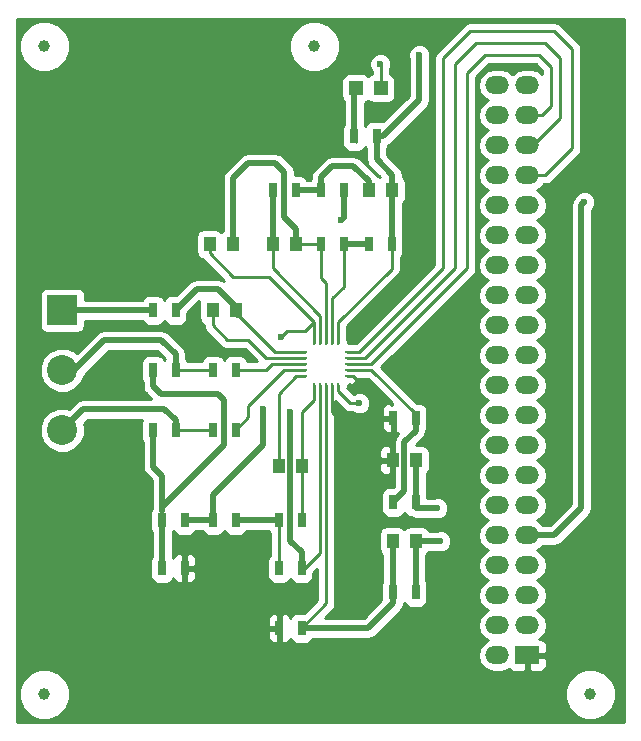
<source format=gbr>
G04 #@! TF.FileFunction,Copper,L1,Top,Signal*
%FSLAX46Y46*%
G04 Gerber Fmt 4.6, Leading zero omitted, Abs format (unit mm)*
G04 Created by KiCad (PCBNEW 4.0.3+e1-6302~38~ubuntu16.04.1-stable) date Mon Aug 22 19:35:40 2016*
%MOMM*%
%LPD*%
G01*
G04 APERTURE LIST*
%ADD10C,0.100000*%
%ADD11R,0.700000X1.300000*%
%ADD12R,0.400000X0.250000*%
%ADD13R,0.250000X0.400000*%
%ADD14R,1.000000X1.250000*%
%ADD15R,1.198880X1.198880*%
%ADD16C,1.000000*%
%ADD17R,2.000000X1.524000*%
%ADD18O,2.000000X1.524000*%
%ADD19R,2.540000X2.540000*%
%ADD20C,2.540000*%
%ADD21C,0.600000*%
%ADD22C,0.254000*%
%ADD23C,0.508000*%
%ADD24C,0.250000*%
G04 APERTURE END LIST*
D10*
D11*
X149926000Y-60960000D03*
X151826000Y-60960000D03*
D12*
X152654000Y-76708000D03*
X152654000Y-76200000D03*
X152654000Y-75692000D03*
X152654000Y-75184000D03*
X152654000Y-74676000D03*
D13*
X153416000Y-73914000D03*
X153924000Y-73914000D03*
X154432000Y-73914000D03*
X154940000Y-73914000D03*
X155448000Y-73914000D03*
D12*
X156210000Y-74676000D03*
X156210000Y-75184000D03*
X156210000Y-75692000D03*
X156210000Y-76200000D03*
X156210000Y-76708000D03*
D13*
X155448000Y-77470000D03*
X154940000Y-77470000D03*
X154432000Y-77470000D03*
X153924000Y-77470000D03*
X153416000Y-77470000D03*
D14*
X144796000Y-71120000D03*
X146796000Y-71120000D03*
X149876000Y-65532000D03*
X151876000Y-65532000D03*
X158004000Y-60960000D03*
X160004000Y-60960000D03*
X152384000Y-84328000D03*
X150384000Y-84328000D03*
X146542000Y-65532000D03*
X144542000Y-65532000D03*
X160036000Y-83820000D03*
X162036000Y-83820000D03*
X160036000Y-90678000D03*
X162036000Y-90678000D03*
D15*
X156938980Y-52324000D03*
X159037020Y-52324000D03*
D16*
X153416000Y-48768000D03*
X130556000Y-103632000D03*
X130556000Y-48768000D03*
X176784000Y-103632000D03*
D17*
X171450000Y-100330000D03*
D18*
X168910000Y-100330000D03*
X171450000Y-87630000D03*
X168910000Y-97790000D03*
X171450000Y-85090000D03*
X168910000Y-95250000D03*
X171450000Y-82550000D03*
X168910000Y-92710000D03*
X171450000Y-80010000D03*
X168910000Y-90170000D03*
X171450000Y-77470000D03*
X168910000Y-87630000D03*
X171450000Y-74930000D03*
X168910000Y-85090000D03*
X171450000Y-72390000D03*
X168910000Y-82550000D03*
X171450000Y-69850000D03*
X168910000Y-80010000D03*
X171450000Y-67310000D03*
X168910000Y-77470000D03*
X171450000Y-64770000D03*
X168910000Y-74930000D03*
X171450000Y-62230000D03*
X168910000Y-72390000D03*
X168910000Y-69850000D03*
X171450000Y-59690000D03*
X168910000Y-67310000D03*
X168910000Y-62230000D03*
X168910000Y-59690000D03*
X168910000Y-57150000D03*
X168910000Y-54610000D03*
X171450000Y-57150000D03*
X171450000Y-54610000D03*
X171450000Y-97790000D03*
X171450000Y-95250000D03*
X171450000Y-92710000D03*
X171450000Y-90170000D03*
X171450000Y-52070000D03*
X168910000Y-52070000D03*
X168910000Y-64770000D03*
D11*
X140528000Y-92964000D03*
X142428000Y-92964000D03*
X142428000Y-88900000D03*
X140528000Y-88900000D03*
X139766000Y-81280000D03*
X141666000Y-81280000D03*
X139766000Y-76200000D03*
X141666000Y-76200000D03*
X146746000Y-81280000D03*
X144846000Y-81280000D03*
X146746000Y-76200000D03*
X144846000Y-76200000D03*
X141666000Y-71120000D03*
X139766000Y-71120000D03*
X155890000Y-60960000D03*
X153990000Y-60960000D03*
X153990000Y-65532000D03*
X155890000Y-65532000D03*
X158054000Y-65532000D03*
X159954000Y-65532000D03*
X150434000Y-88900000D03*
X152334000Y-88900000D03*
X150434000Y-92964000D03*
X152334000Y-92964000D03*
X144846000Y-88900000D03*
X146746000Y-88900000D03*
X150434000Y-98044000D03*
X152334000Y-98044000D03*
X160086000Y-94996000D03*
X161986000Y-94996000D03*
X161986000Y-87376000D03*
X160086000Y-87376000D03*
X161986000Y-80264000D03*
X160086000Y-80264000D03*
X156784000Y-56388000D03*
X158684000Y-56388000D03*
D19*
X132080000Y-71120000D03*
D20*
X132080000Y-76200000D03*
X132080000Y-81280000D03*
D21*
X150622000Y-73406000D03*
X149098000Y-79502000D03*
X155702000Y-63500000D03*
X151384000Y-79756000D03*
X164084000Y-90678000D03*
X163830000Y-87884000D03*
X157226000Y-78994000D03*
X159004000Y-50292000D03*
X176276000Y-61976000D03*
X162306000Y-49530000D03*
D22*
X152654000Y-75184000D02*
X149352000Y-75184000D01*
X144796000Y-72406000D02*
X144796000Y-71120000D01*
X146050000Y-73660000D02*
X144796000Y-72406000D01*
X147828000Y-73660000D02*
X146050000Y-73660000D01*
X149352000Y-75184000D02*
X147828000Y-73660000D01*
X146796000Y-71120000D02*
X146796000Y-70850000D01*
D23*
X146796000Y-70850000D02*
X145288000Y-69342000D01*
X143444000Y-69342000D02*
X141666000Y-71120000D01*
X145288000Y-69342000D02*
X143444000Y-69342000D01*
D22*
X152654000Y-74676000D02*
X150114000Y-74676000D01*
X150114000Y-74676000D02*
X146796000Y-71358000D01*
X146796000Y-71358000D02*
X146796000Y-71120000D01*
X147066000Y-71628000D02*
X146796000Y-71628000D01*
D23*
X149876000Y-65532000D02*
X149876000Y-61010000D01*
D22*
X149876000Y-61010000D02*
X149926000Y-60960000D01*
X149876000Y-65532000D02*
X149876000Y-65040000D01*
X153924000Y-73914000D02*
X153924000Y-71628000D01*
X149876000Y-67580000D02*
X149876000Y-65532000D01*
X153924000Y-71628000D02*
X149876000Y-67580000D01*
D23*
X158004000Y-60960000D02*
X158004000Y-60214000D01*
X153990000Y-59878000D02*
X153990000Y-60960000D01*
X154940000Y-58928000D02*
X153990000Y-59878000D01*
X156718000Y-58928000D02*
X154940000Y-58928000D01*
X158004000Y-60214000D02*
X156718000Y-58928000D01*
X153990000Y-60960000D02*
X151826000Y-60960000D01*
D22*
X152384000Y-84328000D02*
X152384000Y-88850000D01*
X152384000Y-88850000D02*
X152334000Y-88900000D01*
X153416000Y-77470000D02*
X153416000Y-78740000D01*
X152384000Y-79772000D02*
X152384000Y-84328000D01*
X153416000Y-78740000D02*
X152384000Y-79772000D01*
X152654000Y-76708000D02*
X151892000Y-76708000D01*
X150384000Y-78216000D02*
X150384000Y-84328000D01*
X151892000Y-76708000D02*
X150384000Y-78216000D01*
D23*
X144846000Y-88900000D02*
X144846000Y-86802000D01*
D22*
X152654000Y-72898000D02*
X153416000Y-72136000D01*
X151130000Y-72898000D02*
X152654000Y-72898000D01*
X150622000Y-73406000D02*
X151130000Y-72898000D01*
D23*
X149098000Y-82550000D02*
X149098000Y-79502000D01*
X144846000Y-86802000D02*
X149098000Y-82550000D01*
X144846000Y-88900000D02*
X142428000Y-88900000D01*
D22*
X153416000Y-73914000D02*
X153416000Y-72136000D01*
X144542000Y-66310000D02*
X144542000Y-65532000D01*
X153416000Y-72136000D02*
X149606000Y-68326000D01*
X149606000Y-68326000D02*
X146558000Y-68326000D01*
X146558000Y-68326000D02*
X144542000Y-66310000D01*
D23*
X156784000Y-56388000D02*
X156784000Y-52478980D01*
D22*
X156784000Y-52478980D02*
X156938980Y-52324000D01*
D24*
X156956000Y-56846000D02*
X156972000Y-56830000D01*
D23*
X141666000Y-76200000D02*
X141666000Y-74864000D01*
X135636000Y-73660000D02*
X133096000Y-76200000D01*
X140462000Y-73660000D02*
X135636000Y-73660000D01*
X141666000Y-74864000D02*
X140462000Y-73660000D01*
D22*
X133096000Y-76200000D02*
X132080000Y-76200000D01*
X141666000Y-76200000D02*
X141666000Y-75626000D01*
X144846000Y-76200000D02*
X141666000Y-76200000D01*
D23*
X141666000Y-81280000D02*
X141666000Y-80452000D01*
X133858000Y-79502000D02*
X132080000Y-81280000D01*
X140716000Y-79502000D02*
X133858000Y-79502000D01*
X141666000Y-80452000D02*
X140716000Y-79502000D01*
D22*
X144846000Y-81280000D02*
X141666000Y-81280000D01*
D24*
X156210000Y-75692000D02*
X158242000Y-75692000D01*
X172720000Y-54610000D02*
X171450000Y-54610000D01*
X173482000Y-53848000D02*
X172720000Y-54610000D01*
X173482000Y-50546000D02*
X173482000Y-53848000D01*
X172466000Y-49530000D02*
X173482000Y-50546000D01*
X167894000Y-49530000D02*
X172466000Y-49530000D01*
X166370000Y-51054000D02*
X167894000Y-49530000D01*
X166370000Y-67564000D02*
X166370000Y-51054000D01*
X158242000Y-75692000D02*
X166370000Y-67564000D01*
X156210000Y-75184000D02*
X157734000Y-75184000D01*
X174244000Y-54864000D02*
X171958000Y-57150000D01*
X174244000Y-49784000D02*
X174244000Y-54864000D01*
X172974000Y-48514000D02*
X174244000Y-49784000D01*
X167132000Y-48514000D02*
X172974000Y-48514000D01*
X165354000Y-50292000D02*
X167132000Y-48514000D01*
X165354000Y-67564000D02*
X165354000Y-50292000D01*
X157734000Y-75184000D02*
X165354000Y-67564000D01*
X171958000Y-57150000D02*
X171450000Y-57150000D01*
X156210000Y-74676000D02*
X157226000Y-74676000D01*
X172974000Y-59690000D02*
X171450000Y-59690000D01*
X175260000Y-57404000D02*
X172974000Y-59690000D01*
X175260000Y-49022000D02*
X175260000Y-57404000D01*
X173736000Y-47498000D02*
X175260000Y-49022000D01*
X166624000Y-47498000D02*
X173736000Y-47498000D01*
X164338000Y-49784000D02*
X166624000Y-47498000D01*
X164338000Y-67564000D02*
X164338000Y-49784000D01*
X157226000Y-74676000D02*
X164338000Y-67564000D01*
D23*
X140528000Y-88900000D02*
X140528000Y-92964000D01*
X139766000Y-76200000D02*
X139766000Y-77536000D01*
D22*
X140528000Y-87818000D02*
X140528000Y-88900000D01*
D23*
X145796000Y-82550000D02*
X140528000Y-87818000D01*
X145796000Y-78740000D02*
X145796000Y-82550000D01*
X145288000Y-78232000D02*
X145796000Y-78740000D01*
X140462000Y-78232000D02*
X145288000Y-78232000D01*
X139766000Y-77536000D02*
X140462000Y-78232000D01*
X140528000Y-88138000D02*
X140528000Y-85156000D01*
X139766000Y-84394000D02*
X139766000Y-81280000D01*
X140528000Y-85156000D02*
X139766000Y-84394000D01*
D22*
X140528000Y-88138000D02*
X140528000Y-88900000D01*
X152654000Y-76200000D02*
X150876000Y-76200000D01*
X147828000Y-80198000D02*
X146746000Y-81280000D01*
X147828000Y-79248000D02*
X147828000Y-80198000D01*
X150876000Y-76200000D02*
X147828000Y-79248000D01*
X152654000Y-75692000D02*
X149860000Y-75692000D01*
X149352000Y-76200000D02*
X146746000Y-76200000D01*
X149860000Y-75692000D02*
X149352000Y-76200000D01*
D23*
X152334000Y-92964000D02*
X152334000Y-91628000D01*
X155890000Y-63312000D02*
X155890000Y-60960000D01*
D22*
X155702000Y-63500000D02*
X155890000Y-63312000D01*
D23*
X151384000Y-90678000D02*
X151384000Y-79756000D01*
X152334000Y-91628000D02*
X151384000Y-90678000D01*
D22*
X153924000Y-77470000D02*
X153924000Y-91694000D01*
X153924000Y-91694000D02*
X152654000Y-92964000D01*
X152654000Y-92964000D02*
X152334000Y-92964000D01*
D24*
X154940000Y-73914000D02*
X154940000Y-70104000D01*
D22*
X155890000Y-69154000D02*
X155890000Y-65532000D01*
D24*
X154940000Y-70104000D02*
X155890000Y-69154000D01*
D23*
X158054000Y-65532000D02*
X155890000Y-65532000D01*
X146746000Y-88900000D02*
X150434000Y-88900000D01*
D22*
X150434000Y-88900000D02*
X150434000Y-92964000D01*
D23*
X161986000Y-80264000D02*
X161986000Y-81346000D01*
X161036000Y-86426000D02*
X160086000Y-87376000D01*
X161036000Y-82296000D02*
X161036000Y-86426000D01*
X161986000Y-81346000D02*
X161036000Y-82296000D01*
D22*
X156210000Y-76200000D02*
X158242000Y-76200000D01*
X158242000Y-76200000D02*
X161986000Y-79944000D01*
X161986000Y-79944000D02*
X161986000Y-80264000D01*
X156210000Y-76708000D02*
X156718000Y-76708000D01*
X156718000Y-76708000D02*
X157226000Y-77216000D01*
X154940000Y-77470000D02*
X154940000Y-79756000D01*
X154940000Y-79756000D02*
X155448000Y-80264000D01*
D23*
X162036000Y-90678000D02*
X164084000Y-90678000D01*
X161986000Y-90628000D02*
X161986000Y-94996000D01*
X161986000Y-87884000D02*
X163830000Y-87884000D01*
D22*
X155448000Y-77470000D02*
X155448000Y-77978000D01*
X156464000Y-78994000D02*
X157226000Y-78994000D01*
X155448000Y-77978000D02*
X156464000Y-78994000D01*
X159037020Y-52324000D02*
X159037020Y-50325020D01*
X159037020Y-50325020D02*
X159004000Y-50292000D01*
D23*
X162036000Y-83820000D02*
X162036000Y-87376000D01*
X151876000Y-65532000D02*
X151876000Y-64246000D01*
X146542000Y-59960000D02*
X146542000Y-65532000D01*
X147828000Y-58674000D02*
X146542000Y-59960000D01*
X150114000Y-58674000D02*
X147828000Y-58674000D01*
X150876000Y-59436000D02*
X150114000Y-58674000D01*
X150876000Y-63246000D02*
X150876000Y-59436000D01*
X151876000Y-64246000D02*
X150876000Y-63246000D01*
D22*
X153990000Y-65532000D02*
X151876000Y-65532000D01*
X154432000Y-73914000D02*
X154432000Y-68834000D01*
X153990000Y-68392000D02*
X153990000Y-65532000D01*
X154432000Y-68834000D02*
X153990000Y-68392000D01*
D23*
X176276000Y-61976000D02*
X176022000Y-62230000D01*
X158684000Y-56388000D02*
X159258000Y-56388000D01*
X173736000Y-90170000D02*
X171450000Y-90170000D01*
X176022000Y-62230000D02*
X176022000Y-87884000D01*
X176022000Y-87884000D02*
X173736000Y-90170000D01*
X162306000Y-53340000D02*
X162306000Y-49530000D01*
X159258000Y-56388000D02*
X162306000Y-53340000D01*
X160004000Y-60960000D02*
X160004000Y-65482000D01*
D22*
X160004000Y-65482000D02*
X159954000Y-65532000D01*
D23*
X158684000Y-56388000D02*
X158684000Y-58354000D01*
X160020000Y-59690000D02*
X160020000Y-60944000D01*
X158684000Y-58354000D02*
X160020000Y-59690000D01*
D22*
X160020000Y-60944000D02*
X160004000Y-60960000D01*
D24*
X155448000Y-73914000D02*
X155448000Y-72136000D01*
X159954000Y-67630000D02*
X159954000Y-65532000D01*
X155448000Y-72136000D02*
X159954000Y-67630000D01*
D23*
X139766000Y-71120000D02*
X132080000Y-71120000D01*
X160036000Y-90678000D02*
X160036000Y-94946000D01*
X160036000Y-94946000D02*
X160086000Y-94996000D01*
X160086000Y-94996000D02*
X160086000Y-95946000D01*
X157988000Y-98044000D02*
X152334000Y-98044000D01*
X160086000Y-95946000D02*
X157988000Y-98044000D01*
D22*
X154432000Y-77470000D02*
X154432000Y-95946000D01*
X154432000Y-95946000D02*
X152334000Y-98044000D01*
G36*
X179630000Y-105970000D02*
X128218000Y-105970000D01*
X128218000Y-104057983D01*
X128404627Y-104057983D01*
X128731407Y-104848852D01*
X129335965Y-105454466D01*
X130126262Y-105782626D01*
X130981983Y-105783373D01*
X131772852Y-105456593D01*
X132378466Y-104852035D01*
X132706626Y-104061738D01*
X132706629Y-104057983D01*
X174632627Y-104057983D01*
X174959407Y-104848852D01*
X175563965Y-105454466D01*
X176354262Y-105782626D01*
X177209983Y-105783373D01*
X178000852Y-105456593D01*
X178606466Y-104852035D01*
X178934626Y-104061738D01*
X178935373Y-103206017D01*
X178608593Y-102415148D01*
X178004035Y-101809534D01*
X177213738Y-101481374D01*
X176358017Y-101480627D01*
X175567148Y-101807407D01*
X174961534Y-102411965D01*
X174633374Y-103202262D01*
X174632627Y-104057983D01*
X132706629Y-104057983D01*
X132707373Y-103206017D01*
X132380593Y-102415148D01*
X131776035Y-101809534D01*
X130985738Y-101481374D01*
X130130017Y-101480627D01*
X129339148Y-101807407D01*
X128733534Y-102411965D01*
X128405374Y-103202262D01*
X128404627Y-104057983D01*
X128218000Y-104057983D01*
X128218000Y-98329750D01*
X149449000Y-98329750D01*
X149449000Y-98820310D01*
X149545673Y-99053699D01*
X149724302Y-99232327D01*
X149957691Y-99329000D01*
X150148250Y-99329000D01*
X150307000Y-99170250D01*
X150307000Y-98171000D01*
X149607750Y-98171000D01*
X149449000Y-98329750D01*
X128218000Y-98329750D01*
X128218000Y-97267690D01*
X149449000Y-97267690D01*
X149449000Y-97758250D01*
X149607750Y-97917000D01*
X150307000Y-97917000D01*
X150307000Y-96917750D01*
X150148250Y-96759000D01*
X149957691Y-96759000D01*
X149724302Y-96855673D01*
X149545673Y-97034301D01*
X149449000Y-97267690D01*
X128218000Y-97267690D01*
X128218000Y-69850000D01*
X130162560Y-69850000D01*
X130162560Y-72390000D01*
X130206838Y-72625317D01*
X130345910Y-72841441D01*
X130558110Y-72986431D01*
X130810000Y-73037440D01*
X133350000Y-73037440D01*
X133585317Y-72993162D01*
X133801441Y-72854090D01*
X133946431Y-72641890D01*
X133997440Y-72390000D01*
X133997440Y-72009000D01*
X138815208Y-72009000D01*
X138951910Y-72221441D01*
X139164110Y-72366431D01*
X139416000Y-72417440D01*
X140116000Y-72417440D01*
X140351317Y-72373162D01*
X140567441Y-72234090D01*
X140712431Y-72021890D01*
X140715081Y-72008803D01*
X140851910Y-72221441D01*
X141064110Y-72366431D01*
X141316000Y-72417440D01*
X142016000Y-72417440D01*
X142251317Y-72373162D01*
X142467441Y-72234090D01*
X142612431Y-72021890D01*
X142663440Y-71770000D01*
X142663440Y-71379796D01*
X143674035Y-70369201D01*
X143648560Y-70495000D01*
X143648560Y-71745000D01*
X143692838Y-71980317D01*
X143831910Y-72196441D01*
X144034000Y-72334523D01*
X144034000Y-72406000D01*
X144092004Y-72697605D01*
X144224568Y-72896000D01*
X144257185Y-72944815D01*
X145511185Y-74198816D01*
X145645584Y-74288618D01*
X145758395Y-74363996D01*
X146050000Y-74422000D01*
X147512370Y-74422000D01*
X148528369Y-75438000D01*
X147722366Y-75438000D01*
X147699162Y-75314683D01*
X147560090Y-75098559D01*
X147347890Y-74953569D01*
X147096000Y-74902560D01*
X146396000Y-74902560D01*
X146160683Y-74946838D01*
X145944559Y-75085910D01*
X145799569Y-75298110D01*
X145796919Y-75311197D01*
X145660090Y-75098559D01*
X145447890Y-74953569D01*
X145196000Y-74902560D01*
X144496000Y-74902560D01*
X144260683Y-74946838D01*
X144044559Y-75085910D01*
X143899569Y-75298110D01*
X143871241Y-75438000D01*
X142642366Y-75438000D01*
X142619162Y-75314683D01*
X142555000Y-75214972D01*
X142555000Y-74864000D01*
X142487329Y-74523794D01*
X142294618Y-74235382D01*
X141090618Y-73031382D01*
X140977807Y-72956004D01*
X140802206Y-72838671D01*
X140462000Y-72771000D01*
X135636000Y-72771000D01*
X135295794Y-72838671D01*
X135007382Y-73031382D01*
X133306526Y-74732238D01*
X133160505Y-74585961D01*
X132460590Y-74295332D01*
X131702735Y-74294670D01*
X131002314Y-74584078D01*
X130465961Y-75119495D01*
X130175332Y-75819410D01*
X130174670Y-76577265D01*
X130464078Y-77277686D01*
X130999495Y-77814039D01*
X131699410Y-78104668D01*
X132457265Y-78105330D01*
X133157686Y-77815922D01*
X133694039Y-77280505D01*
X133984668Y-76580590D01*
X133984679Y-76568557D01*
X136004236Y-74549000D01*
X140093764Y-74549000D01*
X140769621Y-75224857D01*
X140719569Y-75298110D01*
X140716919Y-75311197D01*
X140580090Y-75098559D01*
X140367890Y-74953569D01*
X140116000Y-74902560D01*
X139416000Y-74902560D01*
X139180683Y-74946838D01*
X138964559Y-75085910D01*
X138819569Y-75298110D01*
X138768560Y-75550000D01*
X138768560Y-76850000D01*
X138812838Y-77085317D01*
X138877000Y-77185028D01*
X138877000Y-77536000D01*
X138944671Y-77876206D01*
X139097325Y-78104668D01*
X139137382Y-78164618D01*
X139585764Y-78613000D01*
X133858000Y-78613000D01*
X133517794Y-78680671D01*
X133308020Y-78820838D01*
X133229382Y-78873382D01*
X132649140Y-79453624D01*
X132460590Y-79375332D01*
X131702735Y-79374670D01*
X131002314Y-79664078D01*
X130465961Y-80199495D01*
X130175332Y-80899410D01*
X130174670Y-81657265D01*
X130464078Y-82357686D01*
X130999495Y-82894039D01*
X131699410Y-83184668D01*
X132457265Y-83185330D01*
X133157686Y-82895922D01*
X133694039Y-82360505D01*
X133984668Y-81660590D01*
X133985330Y-80902735D01*
X133906145Y-80711091D01*
X134226236Y-80391000D01*
X138816959Y-80391000D01*
X138768560Y-80630000D01*
X138768560Y-81930000D01*
X138812838Y-82165317D01*
X138877000Y-82265028D01*
X138877000Y-84394000D01*
X138944671Y-84734206D01*
X139033278Y-84866815D01*
X139137382Y-85022618D01*
X139639000Y-85524236D01*
X139639000Y-87914057D01*
X139581569Y-87998110D01*
X139530560Y-88250000D01*
X139530560Y-89550000D01*
X139574838Y-89785317D01*
X139639000Y-89885028D01*
X139639000Y-91978057D01*
X139581569Y-92062110D01*
X139530560Y-92314000D01*
X139530560Y-93614000D01*
X139574838Y-93849317D01*
X139713910Y-94065441D01*
X139926110Y-94210431D01*
X140178000Y-94261440D01*
X140878000Y-94261440D01*
X141113317Y-94217162D01*
X141329441Y-94078090D01*
X141474431Y-93865890D01*
X141481191Y-93832510D01*
X141539673Y-93973699D01*
X141718302Y-94152327D01*
X141951691Y-94249000D01*
X142142250Y-94249000D01*
X142301000Y-94090250D01*
X142301000Y-93091000D01*
X142555000Y-93091000D01*
X142555000Y-94090250D01*
X142713750Y-94249000D01*
X142904309Y-94249000D01*
X143137698Y-94152327D01*
X143316327Y-93973699D01*
X143413000Y-93740310D01*
X143413000Y-93249750D01*
X143254250Y-93091000D01*
X142555000Y-93091000D01*
X142301000Y-93091000D01*
X142281000Y-93091000D01*
X142281000Y-92837000D01*
X142301000Y-92837000D01*
X142301000Y-91837750D01*
X142555000Y-91837750D01*
X142555000Y-92837000D01*
X143254250Y-92837000D01*
X143413000Y-92678250D01*
X143413000Y-92187690D01*
X143316327Y-91954301D01*
X143137698Y-91775673D01*
X142904309Y-91679000D01*
X142713750Y-91679000D01*
X142555000Y-91837750D01*
X142301000Y-91837750D01*
X142142250Y-91679000D01*
X141951691Y-91679000D01*
X141718302Y-91775673D01*
X141539673Y-91954301D01*
X141483346Y-92090287D01*
X141481162Y-92078683D01*
X141417000Y-91978972D01*
X141417000Y-89885943D01*
X141474431Y-89801890D01*
X141477081Y-89788803D01*
X141613910Y-90001441D01*
X141826110Y-90146431D01*
X142078000Y-90197440D01*
X142778000Y-90197440D01*
X143013317Y-90153162D01*
X143229441Y-90014090D01*
X143374431Y-89801890D01*
X143377041Y-89789000D01*
X143895208Y-89789000D01*
X144031910Y-90001441D01*
X144244110Y-90146431D01*
X144496000Y-90197440D01*
X145196000Y-90197440D01*
X145431317Y-90153162D01*
X145647441Y-90014090D01*
X145792431Y-89801890D01*
X145795081Y-89788803D01*
X145931910Y-90001441D01*
X146144110Y-90146431D01*
X146396000Y-90197440D01*
X147096000Y-90197440D01*
X147331317Y-90153162D01*
X147547441Y-90014090D01*
X147692431Y-89801890D01*
X147695041Y-89789000D01*
X149483208Y-89789000D01*
X149619910Y-90001441D01*
X149672000Y-90037033D01*
X149672000Y-91824530D01*
X149632559Y-91849910D01*
X149487569Y-92062110D01*
X149436560Y-92314000D01*
X149436560Y-93614000D01*
X149480838Y-93849317D01*
X149619910Y-94065441D01*
X149832110Y-94210431D01*
X150084000Y-94261440D01*
X150784000Y-94261440D01*
X151019317Y-94217162D01*
X151235441Y-94078090D01*
X151380431Y-93865890D01*
X151383081Y-93852803D01*
X151519910Y-94065441D01*
X151732110Y-94210431D01*
X151984000Y-94261440D01*
X152684000Y-94261440D01*
X152919317Y-94217162D01*
X153135441Y-94078090D01*
X153280431Y-93865890D01*
X153331440Y-93614000D01*
X153331440Y-93364190D01*
X153670000Y-93025630D01*
X153670000Y-95630370D01*
X152553810Y-96746560D01*
X151984000Y-96746560D01*
X151748683Y-96790838D01*
X151532559Y-96929910D01*
X151387569Y-97142110D01*
X151380809Y-97175490D01*
X151322327Y-97034301D01*
X151143698Y-96855673D01*
X150910309Y-96759000D01*
X150719750Y-96759000D01*
X150561000Y-96917750D01*
X150561000Y-97917000D01*
X150581000Y-97917000D01*
X150581000Y-98171000D01*
X150561000Y-98171000D01*
X150561000Y-99170250D01*
X150719750Y-99329000D01*
X150910309Y-99329000D01*
X151143698Y-99232327D01*
X151322327Y-99053699D01*
X151378654Y-98917713D01*
X151380838Y-98929317D01*
X151519910Y-99145441D01*
X151732110Y-99290431D01*
X151984000Y-99341440D01*
X152684000Y-99341440D01*
X152919317Y-99297162D01*
X153135441Y-99158090D01*
X153280431Y-98945890D01*
X153283041Y-98933000D01*
X157988000Y-98933000D01*
X158328206Y-98865329D01*
X158616618Y-98672618D01*
X160714618Y-96574618D01*
X160764917Y-96499340D01*
X160907329Y-96286206D01*
X160964914Y-95996704D01*
X161032431Y-95897890D01*
X161035081Y-95884803D01*
X161171910Y-96097441D01*
X161384110Y-96242431D01*
X161636000Y-96293440D01*
X162336000Y-96293440D01*
X162571317Y-96249162D01*
X162787441Y-96110090D01*
X162932431Y-95897890D01*
X162983440Y-95646000D01*
X162983440Y-94346000D01*
X162939162Y-94110683D01*
X162875000Y-94010972D01*
X162875000Y-91839444D01*
X162987441Y-91767090D01*
X163124157Y-91567000D01*
X163786811Y-91567000D01*
X163897201Y-91612838D01*
X164269167Y-91613162D01*
X164612943Y-91471117D01*
X164876192Y-91208327D01*
X165018838Y-90864799D01*
X165019162Y-90492833D01*
X164877117Y-90149057D01*
X164614327Y-89885808D01*
X164270799Y-89743162D01*
X163898833Y-89742838D01*
X163787112Y-89789000D01*
X163120705Y-89789000D01*
X163000090Y-89601559D01*
X162787890Y-89456569D01*
X162536000Y-89405560D01*
X161536000Y-89405560D01*
X161300683Y-89449838D01*
X161084559Y-89588910D01*
X161036866Y-89658711D01*
X161000090Y-89601559D01*
X160787890Y-89456569D01*
X160536000Y-89405560D01*
X159536000Y-89405560D01*
X159300683Y-89449838D01*
X159084559Y-89588910D01*
X158939569Y-89801110D01*
X158888560Y-90053000D01*
X158888560Y-91303000D01*
X158932838Y-91538317D01*
X159071910Y-91754441D01*
X159147000Y-91805748D01*
X159147000Y-94083234D01*
X159139569Y-94094110D01*
X159088560Y-94346000D01*
X159088560Y-95646000D01*
X159094927Y-95679837D01*
X157619764Y-97155000D01*
X154300630Y-97155000D01*
X154970815Y-96484815D01*
X155135996Y-96237605D01*
X155163876Y-96097441D01*
X155194000Y-95946000D01*
X155194000Y-84105750D01*
X158901000Y-84105750D01*
X158901000Y-84571310D01*
X158997673Y-84804699D01*
X159176302Y-84983327D01*
X159409691Y-85080000D01*
X159750250Y-85080000D01*
X159909000Y-84921250D01*
X159909000Y-83947000D01*
X159059750Y-83947000D01*
X158901000Y-84105750D01*
X155194000Y-84105750D01*
X155194000Y-83068690D01*
X158901000Y-83068690D01*
X158901000Y-83534250D01*
X159059750Y-83693000D01*
X159909000Y-83693000D01*
X159909000Y-82718750D01*
X159750250Y-82560000D01*
X159409691Y-82560000D01*
X159176302Y-82656673D01*
X158997673Y-82835301D01*
X158901000Y-83068690D01*
X155194000Y-83068690D01*
X155194000Y-80549750D01*
X159101000Y-80549750D01*
X159101000Y-81040310D01*
X159197673Y-81273699D01*
X159376302Y-81452327D01*
X159609691Y-81549000D01*
X159800250Y-81549000D01*
X159959000Y-81390250D01*
X159959000Y-80391000D01*
X159259750Y-80391000D01*
X159101000Y-80549750D01*
X155194000Y-80549750D01*
X155194000Y-78801630D01*
X155925185Y-79532815D01*
X156172395Y-79697996D01*
X156464000Y-79756000D01*
X156665534Y-79756000D01*
X156695673Y-79786192D01*
X157039201Y-79928838D01*
X157411167Y-79929162D01*
X157754943Y-79787117D01*
X158018192Y-79524327D01*
X158160838Y-79180799D01*
X158161162Y-78808833D01*
X158019117Y-78465057D01*
X157756327Y-78201808D01*
X157412799Y-78059162D01*
X157040833Y-78058838D01*
X156733468Y-78185838D01*
X156219967Y-77672337D01*
X156220440Y-77670000D01*
X156220440Y-77468000D01*
X156337002Y-77468000D01*
X156337002Y-77336252D01*
X156468750Y-77468000D01*
X156536309Y-77468000D01*
X156769698Y-77371327D01*
X156948327Y-77192699D01*
X157043886Y-76962000D01*
X157926370Y-76962000D01*
X159958998Y-78994629D01*
X159958998Y-79137748D01*
X159800250Y-78979000D01*
X159609691Y-78979000D01*
X159376302Y-79075673D01*
X159197673Y-79254301D01*
X159101000Y-79487690D01*
X159101000Y-79978250D01*
X159259750Y-80137000D01*
X159959000Y-80137000D01*
X159959000Y-80117000D01*
X160213000Y-80117000D01*
X160213000Y-80137000D01*
X160233000Y-80137000D01*
X160233000Y-80391000D01*
X160213000Y-80391000D01*
X160213000Y-81390250D01*
X160371750Y-81549000D01*
X160525764Y-81549000D01*
X160407382Y-81667382D01*
X160214671Y-81955794D01*
X160147000Y-82296000D01*
X160147000Y-86057764D01*
X160126204Y-86078560D01*
X159736000Y-86078560D01*
X159500683Y-86122838D01*
X159284559Y-86261910D01*
X159139569Y-86474110D01*
X159088560Y-86726000D01*
X159088560Y-88026000D01*
X159132838Y-88261317D01*
X159271910Y-88477441D01*
X159484110Y-88622431D01*
X159736000Y-88673440D01*
X160436000Y-88673440D01*
X160671317Y-88629162D01*
X160887441Y-88490090D01*
X161032431Y-88277890D01*
X161035081Y-88264803D01*
X161171910Y-88477441D01*
X161384110Y-88622431D01*
X161581574Y-88662418D01*
X161645794Y-88705329D01*
X161986000Y-88773000D01*
X163532811Y-88773000D01*
X163643201Y-88818838D01*
X164015167Y-88819162D01*
X164358943Y-88677117D01*
X164622192Y-88414327D01*
X164764838Y-88070799D01*
X164765162Y-87698833D01*
X164623117Y-87355057D01*
X164360327Y-87091808D01*
X164016799Y-86949162D01*
X163644833Y-86948838D01*
X163533112Y-86995000D01*
X162983440Y-86995000D01*
X162983440Y-86726000D01*
X162939162Y-86490683D01*
X162925000Y-86468675D01*
X162925000Y-84949270D01*
X162987441Y-84909090D01*
X163132431Y-84696890D01*
X163183440Y-84445000D01*
X163183440Y-83195000D01*
X163139162Y-82959683D01*
X163000090Y-82743559D01*
X162787890Y-82598569D01*
X162536000Y-82547560D01*
X162041676Y-82547560D01*
X162614618Y-81974618D01*
X162718722Y-81818815D01*
X162807329Y-81686206D01*
X162875000Y-81346000D01*
X162875000Y-81249943D01*
X162932431Y-81165890D01*
X162983440Y-80914000D01*
X162983440Y-79614000D01*
X162939162Y-79378683D01*
X162800090Y-79162559D01*
X162587890Y-79017569D01*
X162336000Y-78966560D01*
X162086191Y-78966560D01*
X159064216Y-75944586D01*
X166907401Y-68101401D01*
X167072148Y-67854839D01*
X167130000Y-67564000D01*
X167130000Y-51368802D01*
X168208802Y-50290000D01*
X172151198Y-50290000D01*
X172722000Y-50860802D01*
X172722000Y-51103334D01*
X172707860Y-51082172D01*
X172254641Y-50779340D01*
X171720032Y-50673000D01*
X171179968Y-50673000D01*
X170645359Y-50779340D01*
X170192140Y-51082172D01*
X170180000Y-51100341D01*
X170167860Y-51082172D01*
X169714641Y-50779340D01*
X169180032Y-50673000D01*
X168639968Y-50673000D01*
X168105359Y-50779340D01*
X167652140Y-51082172D01*
X167349308Y-51535391D01*
X167242968Y-52070000D01*
X167349308Y-52604609D01*
X167652140Y-53057828D01*
X168074439Y-53340000D01*
X167652140Y-53622172D01*
X167349308Y-54075391D01*
X167242968Y-54610000D01*
X167349308Y-55144609D01*
X167652140Y-55597828D01*
X168074439Y-55880000D01*
X167652140Y-56162172D01*
X167349308Y-56615391D01*
X167242968Y-57150000D01*
X167349308Y-57684609D01*
X167652140Y-58137828D01*
X168074439Y-58420000D01*
X167652140Y-58702172D01*
X167349308Y-59155391D01*
X167242968Y-59690000D01*
X167349308Y-60224609D01*
X167652140Y-60677828D01*
X168074439Y-60960000D01*
X167652140Y-61242172D01*
X167349308Y-61695391D01*
X167242968Y-62230000D01*
X167349308Y-62764609D01*
X167652140Y-63217828D01*
X168074439Y-63500000D01*
X167652140Y-63782172D01*
X167349308Y-64235391D01*
X167242968Y-64770000D01*
X167349308Y-65304609D01*
X167652140Y-65757828D01*
X168074439Y-66040000D01*
X167652140Y-66322172D01*
X167349308Y-66775391D01*
X167242968Y-67310000D01*
X167349308Y-67844609D01*
X167652140Y-68297828D01*
X168074439Y-68580000D01*
X167652140Y-68862172D01*
X167349308Y-69315391D01*
X167242968Y-69850000D01*
X167349308Y-70384609D01*
X167652140Y-70837828D01*
X168074439Y-71120000D01*
X167652140Y-71402172D01*
X167349308Y-71855391D01*
X167242968Y-72390000D01*
X167349308Y-72924609D01*
X167652140Y-73377828D01*
X168074439Y-73660000D01*
X167652140Y-73942172D01*
X167349308Y-74395391D01*
X167242968Y-74930000D01*
X167349308Y-75464609D01*
X167652140Y-75917828D01*
X168074439Y-76200000D01*
X167652140Y-76482172D01*
X167349308Y-76935391D01*
X167242968Y-77470000D01*
X167349308Y-78004609D01*
X167652140Y-78457828D01*
X168074439Y-78740000D01*
X167652140Y-79022172D01*
X167349308Y-79475391D01*
X167242968Y-80010000D01*
X167349308Y-80544609D01*
X167652140Y-80997828D01*
X168074439Y-81280000D01*
X167652140Y-81562172D01*
X167349308Y-82015391D01*
X167242968Y-82550000D01*
X167349308Y-83084609D01*
X167652140Y-83537828D01*
X168074439Y-83820000D01*
X167652140Y-84102172D01*
X167349308Y-84555391D01*
X167242968Y-85090000D01*
X167349308Y-85624609D01*
X167652140Y-86077828D01*
X168074439Y-86360000D01*
X167652140Y-86642172D01*
X167349308Y-87095391D01*
X167242968Y-87630000D01*
X167349308Y-88164609D01*
X167652140Y-88617828D01*
X168074439Y-88900000D01*
X167652140Y-89182172D01*
X167349308Y-89635391D01*
X167242968Y-90170000D01*
X167349308Y-90704609D01*
X167652140Y-91157828D01*
X168074439Y-91440000D01*
X167652140Y-91722172D01*
X167349308Y-92175391D01*
X167242968Y-92710000D01*
X167349308Y-93244609D01*
X167652140Y-93697828D01*
X168074439Y-93980000D01*
X167652140Y-94262172D01*
X167349308Y-94715391D01*
X167242968Y-95250000D01*
X167349308Y-95784609D01*
X167652140Y-96237828D01*
X168074439Y-96520000D01*
X167652140Y-96802172D01*
X167349308Y-97255391D01*
X167242968Y-97790000D01*
X167349308Y-98324609D01*
X167652140Y-98777828D01*
X168074439Y-99060000D01*
X167652140Y-99342172D01*
X167349308Y-99795391D01*
X167242968Y-100330000D01*
X167349308Y-100864609D01*
X167652140Y-101317828D01*
X168105359Y-101620660D01*
X168639968Y-101727000D01*
X169180032Y-101727000D01*
X169714641Y-101620660D01*
X169934038Y-101474063D01*
X170090301Y-101630327D01*
X170323690Y-101727000D01*
X171164250Y-101727000D01*
X171323000Y-101568250D01*
X171323000Y-100457000D01*
X171577000Y-100457000D01*
X171577000Y-101568250D01*
X171735750Y-101727000D01*
X172576310Y-101727000D01*
X172809699Y-101630327D01*
X172988327Y-101451698D01*
X173085000Y-101218309D01*
X173085000Y-100615750D01*
X172926250Y-100457000D01*
X171577000Y-100457000D01*
X171323000Y-100457000D01*
X171303000Y-100457000D01*
X171303000Y-100203000D01*
X171323000Y-100203000D01*
X171323000Y-100183000D01*
X171577000Y-100183000D01*
X171577000Y-100203000D01*
X172926250Y-100203000D01*
X173085000Y-100044250D01*
X173085000Y-99441691D01*
X172988327Y-99208302D01*
X172809699Y-99029673D01*
X172576310Y-98933000D01*
X172475629Y-98933000D01*
X172707860Y-98777828D01*
X173010692Y-98324609D01*
X173117032Y-97790000D01*
X173010692Y-97255391D01*
X172707860Y-96802172D01*
X172285561Y-96520000D01*
X172707860Y-96237828D01*
X173010692Y-95784609D01*
X173117032Y-95250000D01*
X173010692Y-94715391D01*
X172707860Y-94262172D01*
X172285561Y-93980000D01*
X172707860Y-93697828D01*
X173010692Y-93244609D01*
X173117032Y-92710000D01*
X173010692Y-92175391D01*
X172707860Y-91722172D01*
X172285561Y-91440000D01*
X172707860Y-91157828D01*
X172773895Y-91059000D01*
X173736000Y-91059000D01*
X174076206Y-90991329D01*
X174364618Y-90798618D01*
X176650618Y-88512618D01*
X176673611Y-88478206D01*
X176843329Y-88224206D01*
X176911000Y-87884000D01*
X176911000Y-62663245D01*
X177068192Y-62506327D01*
X177210838Y-62162799D01*
X177211162Y-61790833D01*
X177069117Y-61447057D01*
X176806327Y-61183808D01*
X176462799Y-61041162D01*
X176090833Y-61040838D01*
X175747057Y-61182883D01*
X175483808Y-61445673D01*
X175437451Y-61557313D01*
X175393382Y-61601382D01*
X175200671Y-61889794D01*
X175133000Y-62230000D01*
X175133000Y-87515764D01*
X173367764Y-89281000D01*
X172773895Y-89281000D01*
X172707860Y-89182172D01*
X172285561Y-88900000D01*
X172707860Y-88617828D01*
X173010692Y-88164609D01*
X173117032Y-87630000D01*
X173010692Y-87095391D01*
X172707860Y-86642172D01*
X172285561Y-86360000D01*
X172707860Y-86077828D01*
X173010692Y-85624609D01*
X173117032Y-85090000D01*
X173010692Y-84555391D01*
X172707860Y-84102172D01*
X172285561Y-83820000D01*
X172707860Y-83537828D01*
X173010692Y-83084609D01*
X173117032Y-82550000D01*
X173010692Y-82015391D01*
X172707860Y-81562172D01*
X172285561Y-81280000D01*
X172707860Y-80997828D01*
X173010692Y-80544609D01*
X173117032Y-80010000D01*
X173010692Y-79475391D01*
X172707860Y-79022172D01*
X172285561Y-78740000D01*
X172707860Y-78457828D01*
X173010692Y-78004609D01*
X173117032Y-77470000D01*
X173010692Y-76935391D01*
X172707860Y-76482172D01*
X172285561Y-76200000D01*
X172707860Y-75917828D01*
X173010692Y-75464609D01*
X173117032Y-74930000D01*
X173010692Y-74395391D01*
X172707860Y-73942172D01*
X172285561Y-73660000D01*
X172707860Y-73377828D01*
X173010692Y-72924609D01*
X173117032Y-72390000D01*
X173010692Y-71855391D01*
X172707860Y-71402172D01*
X172285561Y-71120000D01*
X172707860Y-70837828D01*
X173010692Y-70384609D01*
X173117032Y-69850000D01*
X173010692Y-69315391D01*
X172707860Y-68862172D01*
X172285561Y-68580000D01*
X172707860Y-68297828D01*
X173010692Y-67844609D01*
X173117032Y-67310000D01*
X173010692Y-66775391D01*
X172707860Y-66322172D01*
X172285561Y-66040000D01*
X172707860Y-65757828D01*
X173010692Y-65304609D01*
X173117032Y-64770000D01*
X173010692Y-64235391D01*
X172707860Y-63782172D01*
X172285561Y-63500000D01*
X172707860Y-63217828D01*
X173010692Y-62764609D01*
X173117032Y-62230000D01*
X173010692Y-61695391D01*
X172707860Y-61242172D01*
X172285561Y-60960000D01*
X172707860Y-60677828D01*
X172860090Y-60450000D01*
X172974000Y-60450000D01*
X173264839Y-60392148D01*
X173511401Y-60227401D01*
X175797401Y-57941401D01*
X175962148Y-57694840D01*
X176020000Y-57404000D01*
X176020000Y-49022000D01*
X175962148Y-48731161D01*
X175962148Y-48731160D01*
X175797401Y-48484599D01*
X174273401Y-46960599D01*
X174026839Y-46795852D01*
X173736000Y-46738000D01*
X166624000Y-46738000D01*
X166333160Y-46795852D01*
X166086599Y-46960599D01*
X163800599Y-49246599D01*
X163635852Y-49493161D01*
X163578000Y-49784000D01*
X163578000Y-67249198D01*
X156911198Y-73916000D01*
X156471431Y-73916000D01*
X156410000Y-73903560D01*
X156220440Y-73903560D01*
X156220440Y-73714000D01*
X156208000Y-73647887D01*
X156208000Y-72450802D01*
X160491401Y-68167401D01*
X160656148Y-67920840D01*
X160714000Y-67630000D01*
X160714000Y-66672757D01*
X160755441Y-66646090D01*
X160900431Y-66433890D01*
X160951440Y-66182000D01*
X160951440Y-64882000D01*
X160907162Y-64646683D01*
X160893000Y-64624675D01*
X160893000Y-62089270D01*
X160955441Y-62049090D01*
X161100431Y-61836890D01*
X161151440Y-61585000D01*
X161151440Y-60335000D01*
X161107162Y-60099683D01*
X160968090Y-59883559D01*
X160909000Y-59843185D01*
X160909000Y-59690000D01*
X160841329Y-59349794D01*
X160648618Y-59061382D01*
X159573000Y-57985764D01*
X159573000Y-57373943D01*
X159630431Y-57289890D01*
X159654341Y-57171821D01*
X159886618Y-57016618D01*
X162934618Y-53968618D01*
X163127329Y-53680206D01*
X163195000Y-53340000D01*
X163195000Y-49827189D01*
X163240838Y-49716799D01*
X163241162Y-49344833D01*
X163099117Y-49001057D01*
X162836327Y-48737808D01*
X162492799Y-48595162D01*
X162120833Y-48594838D01*
X161777057Y-48736883D01*
X161513808Y-48999673D01*
X161371162Y-49343201D01*
X161370838Y-49715167D01*
X161417000Y-49826888D01*
X161417000Y-52971764D01*
X159253711Y-55135053D01*
X159034000Y-55090560D01*
X158334000Y-55090560D01*
X158098683Y-55134838D01*
X157882559Y-55273910D01*
X157737569Y-55486110D01*
X157734919Y-55499197D01*
X157673000Y-55402972D01*
X157673000Y-53545557D01*
X157773737Y-53526602D01*
X157989861Y-53387530D01*
X157990543Y-53386533D01*
X158185690Y-53519871D01*
X158437580Y-53570880D01*
X159636460Y-53570880D01*
X159871777Y-53526602D01*
X160087901Y-53387530D01*
X160232891Y-53175330D01*
X160283900Y-52923440D01*
X160283900Y-51724560D01*
X160239622Y-51489243D01*
X160100550Y-51273119D01*
X159888350Y-51128129D01*
X159799020Y-51110039D01*
X159799020Y-50815516D01*
X159938838Y-50478799D01*
X159939162Y-50106833D01*
X159797117Y-49763057D01*
X159534327Y-49499808D01*
X159190799Y-49357162D01*
X158818833Y-49356838D01*
X158475057Y-49498883D01*
X158211808Y-49761673D01*
X158069162Y-50105201D01*
X158068838Y-50477167D01*
X158210883Y-50820943D01*
X158275020Y-50885192D01*
X158275020Y-51107708D01*
X158202263Y-51121398D01*
X157986139Y-51260470D01*
X157985457Y-51261467D01*
X157790310Y-51128129D01*
X157538420Y-51077120D01*
X156339540Y-51077120D01*
X156104223Y-51121398D01*
X155888099Y-51260470D01*
X155743109Y-51472670D01*
X155692100Y-51724560D01*
X155692100Y-52923440D01*
X155736378Y-53158757D01*
X155875450Y-53374881D01*
X155895000Y-53388239D01*
X155895000Y-55402057D01*
X155837569Y-55486110D01*
X155786560Y-55738000D01*
X155786560Y-57038000D01*
X155830838Y-57273317D01*
X155969910Y-57489441D01*
X156182110Y-57634431D01*
X156434000Y-57685440D01*
X157134000Y-57685440D01*
X157369317Y-57641162D01*
X157585441Y-57502090D01*
X157730431Y-57289890D01*
X157733081Y-57276803D01*
X157795000Y-57373028D01*
X157795000Y-58354000D01*
X157862671Y-58694206D01*
X157867994Y-58702172D01*
X158055382Y-58982618D01*
X158930938Y-59858174D01*
X158755890Y-59738569D01*
X158731702Y-59733671D01*
X158632618Y-59585382D01*
X157346618Y-58299382D01*
X157337067Y-58293000D01*
X157058206Y-58106671D01*
X156718000Y-58039000D01*
X154940000Y-58039000D01*
X154599794Y-58106671D01*
X154320933Y-58293000D01*
X154311382Y-58299382D01*
X153361382Y-59249382D01*
X153168671Y-59537794D01*
X153101000Y-59878000D01*
X153101000Y-59974057D01*
X153043569Y-60058110D01*
X153040959Y-60071000D01*
X152776792Y-60071000D01*
X152640090Y-59858559D01*
X152427890Y-59713569D01*
X152176000Y-59662560D01*
X151765000Y-59662560D01*
X151765000Y-59436000D01*
X151697329Y-59095794D01*
X151504618Y-58807382D01*
X150742618Y-58045382D01*
X150695345Y-58013795D01*
X150454206Y-57852671D01*
X150114000Y-57785000D01*
X147828000Y-57785000D01*
X147487795Y-57852670D01*
X147199382Y-58045382D01*
X145913382Y-59331382D01*
X145720671Y-59619794D01*
X145653000Y-59960000D01*
X145653000Y-64402730D01*
X145590559Y-64442910D01*
X145542866Y-64512711D01*
X145506090Y-64455559D01*
X145293890Y-64310569D01*
X145042000Y-64259560D01*
X144042000Y-64259560D01*
X143806683Y-64303838D01*
X143590559Y-64442910D01*
X143445569Y-64655110D01*
X143394560Y-64907000D01*
X143394560Y-66157000D01*
X143438838Y-66392317D01*
X143577910Y-66608441D01*
X143790110Y-66753431D01*
X143962821Y-66788406D01*
X143982596Y-66818001D01*
X144003185Y-66848815D01*
X145769349Y-68614980D01*
X145628206Y-68520671D01*
X145288000Y-68453000D01*
X143444000Y-68453000D01*
X143103794Y-68520671D01*
X142824933Y-68707000D01*
X142815382Y-68713382D01*
X141706204Y-69822560D01*
X141316000Y-69822560D01*
X141080683Y-69866838D01*
X140864559Y-70005910D01*
X140719569Y-70218110D01*
X140716919Y-70231197D01*
X140580090Y-70018559D01*
X140367890Y-69873569D01*
X140116000Y-69822560D01*
X139416000Y-69822560D01*
X139180683Y-69866838D01*
X138964559Y-70005910D01*
X138819569Y-70218110D01*
X138816959Y-70231000D01*
X133997440Y-70231000D01*
X133997440Y-69850000D01*
X133953162Y-69614683D01*
X133814090Y-69398559D01*
X133601890Y-69253569D01*
X133350000Y-69202560D01*
X130810000Y-69202560D01*
X130574683Y-69246838D01*
X130358559Y-69385910D01*
X130213569Y-69598110D01*
X130162560Y-69850000D01*
X128218000Y-69850000D01*
X128218000Y-49193983D01*
X128404627Y-49193983D01*
X128731407Y-49984852D01*
X129335965Y-50590466D01*
X130126262Y-50918626D01*
X130981983Y-50919373D01*
X131772852Y-50592593D01*
X132378466Y-49988035D01*
X132706626Y-49197738D01*
X132706629Y-49193983D01*
X151264627Y-49193983D01*
X151591407Y-49984852D01*
X152195965Y-50590466D01*
X152986262Y-50918626D01*
X153841983Y-50919373D01*
X154632852Y-50592593D01*
X155238466Y-49988035D01*
X155566626Y-49197738D01*
X155567373Y-48342017D01*
X155240593Y-47551148D01*
X154636035Y-46945534D01*
X153845738Y-46617374D01*
X152990017Y-46616627D01*
X152199148Y-46943407D01*
X151593534Y-47547965D01*
X151265374Y-48338262D01*
X151264627Y-49193983D01*
X132706629Y-49193983D01*
X132707373Y-48342017D01*
X132380593Y-47551148D01*
X131776035Y-46945534D01*
X130985738Y-46617374D01*
X130130017Y-46616627D01*
X129339148Y-46943407D01*
X128733534Y-47547965D01*
X128405374Y-48338262D01*
X128404627Y-49193983D01*
X128218000Y-49193983D01*
X128218000Y-46430000D01*
X179630000Y-46430000D01*
X179630000Y-105970000D01*
X179630000Y-105970000D01*
G37*
X179630000Y-105970000D02*
X128218000Y-105970000D01*
X128218000Y-104057983D01*
X128404627Y-104057983D01*
X128731407Y-104848852D01*
X129335965Y-105454466D01*
X130126262Y-105782626D01*
X130981983Y-105783373D01*
X131772852Y-105456593D01*
X132378466Y-104852035D01*
X132706626Y-104061738D01*
X132706629Y-104057983D01*
X174632627Y-104057983D01*
X174959407Y-104848852D01*
X175563965Y-105454466D01*
X176354262Y-105782626D01*
X177209983Y-105783373D01*
X178000852Y-105456593D01*
X178606466Y-104852035D01*
X178934626Y-104061738D01*
X178935373Y-103206017D01*
X178608593Y-102415148D01*
X178004035Y-101809534D01*
X177213738Y-101481374D01*
X176358017Y-101480627D01*
X175567148Y-101807407D01*
X174961534Y-102411965D01*
X174633374Y-103202262D01*
X174632627Y-104057983D01*
X132706629Y-104057983D01*
X132707373Y-103206017D01*
X132380593Y-102415148D01*
X131776035Y-101809534D01*
X130985738Y-101481374D01*
X130130017Y-101480627D01*
X129339148Y-101807407D01*
X128733534Y-102411965D01*
X128405374Y-103202262D01*
X128404627Y-104057983D01*
X128218000Y-104057983D01*
X128218000Y-98329750D01*
X149449000Y-98329750D01*
X149449000Y-98820310D01*
X149545673Y-99053699D01*
X149724302Y-99232327D01*
X149957691Y-99329000D01*
X150148250Y-99329000D01*
X150307000Y-99170250D01*
X150307000Y-98171000D01*
X149607750Y-98171000D01*
X149449000Y-98329750D01*
X128218000Y-98329750D01*
X128218000Y-97267690D01*
X149449000Y-97267690D01*
X149449000Y-97758250D01*
X149607750Y-97917000D01*
X150307000Y-97917000D01*
X150307000Y-96917750D01*
X150148250Y-96759000D01*
X149957691Y-96759000D01*
X149724302Y-96855673D01*
X149545673Y-97034301D01*
X149449000Y-97267690D01*
X128218000Y-97267690D01*
X128218000Y-69850000D01*
X130162560Y-69850000D01*
X130162560Y-72390000D01*
X130206838Y-72625317D01*
X130345910Y-72841441D01*
X130558110Y-72986431D01*
X130810000Y-73037440D01*
X133350000Y-73037440D01*
X133585317Y-72993162D01*
X133801441Y-72854090D01*
X133946431Y-72641890D01*
X133997440Y-72390000D01*
X133997440Y-72009000D01*
X138815208Y-72009000D01*
X138951910Y-72221441D01*
X139164110Y-72366431D01*
X139416000Y-72417440D01*
X140116000Y-72417440D01*
X140351317Y-72373162D01*
X140567441Y-72234090D01*
X140712431Y-72021890D01*
X140715081Y-72008803D01*
X140851910Y-72221441D01*
X141064110Y-72366431D01*
X141316000Y-72417440D01*
X142016000Y-72417440D01*
X142251317Y-72373162D01*
X142467441Y-72234090D01*
X142612431Y-72021890D01*
X142663440Y-71770000D01*
X142663440Y-71379796D01*
X143674035Y-70369201D01*
X143648560Y-70495000D01*
X143648560Y-71745000D01*
X143692838Y-71980317D01*
X143831910Y-72196441D01*
X144034000Y-72334523D01*
X144034000Y-72406000D01*
X144092004Y-72697605D01*
X144224568Y-72896000D01*
X144257185Y-72944815D01*
X145511185Y-74198816D01*
X145645584Y-74288618D01*
X145758395Y-74363996D01*
X146050000Y-74422000D01*
X147512370Y-74422000D01*
X148528369Y-75438000D01*
X147722366Y-75438000D01*
X147699162Y-75314683D01*
X147560090Y-75098559D01*
X147347890Y-74953569D01*
X147096000Y-74902560D01*
X146396000Y-74902560D01*
X146160683Y-74946838D01*
X145944559Y-75085910D01*
X145799569Y-75298110D01*
X145796919Y-75311197D01*
X145660090Y-75098559D01*
X145447890Y-74953569D01*
X145196000Y-74902560D01*
X144496000Y-74902560D01*
X144260683Y-74946838D01*
X144044559Y-75085910D01*
X143899569Y-75298110D01*
X143871241Y-75438000D01*
X142642366Y-75438000D01*
X142619162Y-75314683D01*
X142555000Y-75214972D01*
X142555000Y-74864000D01*
X142487329Y-74523794D01*
X142294618Y-74235382D01*
X141090618Y-73031382D01*
X140977807Y-72956004D01*
X140802206Y-72838671D01*
X140462000Y-72771000D01*
X135636000Y-72771000D01*
X135295794Y-72838671D01*
X135007382Y-73031382D01*
X133306526Y-74732238D01*
X133160505Y-74585961D01*
X132460590Y-74295332D01*
X131702735Y-74294670D01*
X131002314Y-74584078D01*
X130465961Y-75119495D01*
X130175332Y-75819410D01*
X130174670Y-76577265D01*
X130464078Y-77277686D01*
X130999495Y-77814039D01*
X131699410Y-78104668D01*
X132457265Y-78105330D01*
X133157686Y-77815922D01*
X133694039Y-77280505D01*
X133984668Y-76580590D01*
X133984679Y-76568557D01*
X136004236Y-74549000D01*
X140093764Y-74549000D01*
X140769621Y-75224857D01*
X140719569Y-75298110D01*
X140716919Y-75311197D01*
X140580090Y-75098559D01*
X140367890Y-74953569D01*
X140116000Y-74902560D01*
X139416000Y-74902560D01*
X139180683Y-74946838D01*
X138964559Y-75085910D01*
X138819569Y-75298110D01*
X138768560Y-75550000D01*
X138768560Y-76850000D01*
X138812838Y-77085317D01*
X138877000Y-77185028D01*
X138877000Y-77536000D01*
X138944671Y-77876206D01*
X139097325Y-78104668D01*
X139137382Y-78164618D01*
X139585764Y-78613000D01*
X133858000Y-78613000D01*
X133517794Y-78680671D01*
X133308020Y-78820838D01*
X133229382Y-78873382D01*
X132649140Y-79453624D01*
X132460590Y-79375332D01*
X131702735Y-79374670D01*
X131002314Y-79664078D01*
X130465961Y-80199495D01*
X130175332Y-80899410D01*
X130174670Y-81657265D01*
X130464078Y-82357686D01*
X130999495Y-82894039D01*
X131699410Y-83184668D01*
X132457265Y-83185330D01*
X133157686Y-82895922D01*
X133694039Y-82360505D01*
X133984668Y-81660590D01*
X133985330Y-80902735D01*
X133906145Y-80711091D01*
X134226236Y-80391000D01*
X138816959Y-80391000D01*
X138768560Y-80630000D01*
X138768560Y-81930000D01*
X138812838Y-82165317D01*
X138877000Y-82265028D01*
X138877000Y-84394000D01*
X138944671Y-84734206D01*
X139033278Y-84866815D01*
X139137382Y-85022618D01*
X139639000Y-85524236D01*
X139639000Y-87914057D01*
X139581569Y-87998110D01*
X139530560Y-88250000D01*
X139530560Y-89550000D01*
X139574838Y-89785317D01*
X139639000Y-89885028D01*
X139639000Y-91978057D01*
X139581569Y-92062110D01*
X139530560Y-92314000D01*
X139530560Y-93614000D01*
X139574838Y-93849317D01*
X139713910Y-94065441D01*
X139926110Y-94210431D01*
X140178000Y-94261440D01*
X140878000Y-94261440D01*
X141113317Y-94217162D01*
X141329441Y-94078090D01*
X141474431Y-93865890D01*
X141481191Y-93832510D01*
X141539673Y-93973699D01*
X141718302Y-94152327D01*
X141951691Y-94249000D01*
X142142250Y-94249000D01*
X142301000Y-94090250D01*
X142301000Y-93091000D01*
X142555000Y-93091000D01*
X142555000Y-94090250D01*
X142713750Y-94249000D01*
X142904309Y-94249000D01*
X143137698Y-94152327D01*
X143316327Y-93973699D01*
X143413000Y-93740310D01*
X143413000Y-93249750D01*
X143254250Y-93091000D01*
X142555000Y-93091000D01*
X142301000Y-93091000D01*
X142281000Y-93091000D01*
X142281000Y-92837000D01*
X142301000Y-92837000D01*
X142301000Y-91837750D01*
X142555000Y-91837750D01*
X142555000Y-92837000D01*
X143254250Y-92837000D01*
X143413000Y-92678250D01*
X143413000Y-92187690D01*
X143316327Y-91954301D01*
X143137698Y-91775673D01*
X142904309Y-91679000D01*
X142713750Y-91679000D01*
X142555000Y-91837750D01*
X142301000Y-91837750D01*
X142142250Y-91679000D01*
X141951691Y-91679000D01*
X141718302Y-91775673D01*
X141539673Y-91954301D01*
X141483346Y-92090287D01*
X141481162Y-92078683D01*
X141417000Y-91978972D01*
X141417000Y-89885943D01*
X141474431Y-89801890D01*
X141477081Y-89788803D01*
X141613910Y-90001441D01*
X141826110Y-90146431D01*
X142078000Y-90197440D01*
X142778000Y-90197440D01*
X143013317Y-90153162D01*
X143229441Y-90014090D01*
X143374431Y-89801890D01*
X143377041Y-89789000D01*
X143895208Y-89789000D01*
X144031910Y-90001441D01*
X144244110Y-90146431D01*
X144496000Y-90197440D01*
X145196000Y-90197440D01*
X145431317Y-90153162D01*
X145647441Y-90014090D01*
X145792431Y-89801890D01*
X145795081Y-89788803D01*
X145931910Y-90001441D01*
X146144110Y-90146431D01*
X146396000Y-90197440D01*
X147096000Y-90197440D01*
X147331317Y-90153162D01*
X147547441Y-90014090D01*
X147692431Y-89801890D01*
X147695041Y-89789000D01*
X149483208Y-89789000D01*
X149619910Y-90001441D01*
X149672000Y-90037033D01*
X149672000Y-91824530D01*
X149632559Y-91849910D01*
X149487569Y-92062110D01*
X149436560Y-92314000D01*
X149436560Y-93614000D01*
X149480838Y-93849317D01*
X149619910Y-94065441D01*
X149832110Y-94210431D01*
X150084000Y-94261440D01*
X150784000Y-94261440D01*
X151019317Y-94217162D01*
X151235441Y-94078090D01*
X151380431Y-93865890D01*
X151383081Y-93852803D01*
X151519910Y-94065441D01*
X151732110Y-94210431D01*
X151984000Y-94261440D01*
X152684000Y-94261440D01*
X152919317Y-94217162D01*
X153135441Y-94078090D01*
X153280431Y-93865890D01*
X153331440Y-93614000D01*
X153331440Y-93364190D01*
X153670000Y-93025630D01*
X153670000Y-95630370D01*
X152553810Y-96746560D01*
X151984000Y-96746560D01*
X151748683Y-96790838D01*
X151532559Y-96929910D01*
X151387569Y-97142110D01*
X151380809Y-97175490D01*
X151322327Y-97034301D01*
X151143698Y-96855673D01*
X150910309Y-96759000D01*
X150719750Y-96759000D01*
X150561000Y-96917750D01*
X150561000Y-97917000D01*
X150581000Y-97917000D01*
X150581000Y-98171000D01*
X150561000Y-98171000D01*
X150561000Y-99170250D01*
X150719750Y-99329000D01*
X150910309Y-99329000D01*
X151143698Y-99232327D01*
X151322327Y-99053699D01*
X151378654Y-98917713D01*
X151380838Y-98929317D01*
X151519910Y-99145441D01*
X151732110Y-99290431D01*
X151984000Y-99341440D01*
X152684000Y-99341440D01*
X152919317Y-99297162D01*
X153135441Y-99158090D01*
X153280431Y-98945890D01*
X153283041Y-98933000D01*
X157988000Y-98933000D01*
X158328206Y-98865329D01*
X158616618Y-98672618D01*
X160714618Y-96574618D01*
X160764917Y-96499340D01*
X160907329Y-96286206D01*
X160964914Y-95996704D01*
X161032431Y-95897890D01*
X161035081Y-95884803D01*
X161171910Y-96097441D01*
X161384110Y-96242431D01*
X161636000Y-96293440D01*
X162336000Y-96293440D01*
X162571317Y-96249162D01*
X162787441Y-96110090D01*
X162932431Y-95897890D01*
X162983440Y-95646000D01*
X162983440Y-94346000D01*
X162939162Y-94110683D01*
X162875000Y-94010972D01*
X162875000Y-91839444D01*
X162987441Y-91767090D01*
X163124157Y-91567000D01*
X163786811Y-91567000D01*
X163897201Y-91612838D01*
X164269167Y-91613162D01*
X164612943Y-91471117D01*
X164876192Y-91208327D01*
X165018838Y-90864799D01*
X165019162Y-90492833D01*
X164877117Y-90149057D01*
X164614327Y-89885808D01*
X164270799Y-89743162D01*
X163898833Y-89742838D01*
X163787112Y-89789000D01*
X163120705Y-89789000D01*
X163000090Y-89601559D01*
X162787890Y-89456569D01*
X162536000Y-89405560D01*
X161536000Y-89405560D01*
X161300683Y-89449838D01*
X161084559Y-89588910D01*
X161036866Y-89658711D01*
X161000090Y-89601559D01*
X160787890Y-89456569D01*
X160536000Y-89405560D01*
X159536000Y-89405560D01*
X159300683Y-89449838D01*
X159084559Y-89588910D01*
X158939569Y-89801110D01*
X158888560Y-90053000D01*
X158888560Y-91303000D01*
X158932838Y-91538317D01*
X159071910Y-91754441D01*
X159147000Y-91805748D01*
X159147000Y-94083234D01*
X159139569Y-94094110D01*
X159088560Y-94346000D01*
X159088560Y-95646000D01*
X159094927Y-95679837D01*
X157619764Y-97155000D01*
X154300630Y-97155000D01*
X154970815Y-96484815D01*
X155135996Y-96237605D01*
X155163876Y-96097441D01*
X155194000Y-95946000D01*
X155194000Y-84105750D01*
X158901000Y-84105750D01*
X158901000Y-84571310D01*
X158997673Y-84804699D01*
X159176302Y-84983327D01*
X159409691Y-85080000D01*
X159750250Y-85080000D01*
X159909000Y-84921250D01*
X159909000Y-83947000D01*
X159059750Y-83947000D01*
X158901000Y-84105750D01*
X155194000Y-84105750D01*
X155194000Y-83068690D01*
X158901000Y-83068690D01*
X158901000Y-83534250D01*
X159059750Y-83693000D01*
X159909000Y-83693000D01*
X159909000Y-82718750D01*
X159750250Y-82560000D01*
X159409691Y-82560000D01*
X159176302Y-82656673D01*
X158997673Y-82835301D01*
X158901000Y-83068690D01*
X155194000Y-83068690D01*
X155194000Y-80549750D01*
X159101000Y-80549750D01*
X159101000Y-81040310D01*
X159197673Y-81273699D01*
X159376302Y-81452327D01*
X159609691Y-81549000D01*
X159800250Y-81549000D01*
X159959000Y-81390250D01*
X159959000Y-80391000D01*
X159259750Y-80391000D01*
X159101000Y-80549750D01*
X155194000Y-80549750D01*
X155194000Y-78801630D01*
X155925185Y-79532815D01*
X156172395Y-79697996D01*
X156464000Y-79756000D01*
X156665534Y-79756000D01*
X156695673Y-79786192D01*
X157039201Y-79928838D01*
X157411167Y-79929162D01*
X157754943Y-79787117D01*
X158018192Y-79524327D01*
X158160838Y-79180799D01*
X158161162Y-78808833D01*
X158019117Y-78465057D01*
X157756327Y-78201808D01*
X157412799Y-78059162D01*
X157040833Y-78058838D01*
X156733468Y-78185838D01*
X156219967Y-77672337D01*
X156220440Y-77670000D01*
X156220440Y-77468000D01*
X156337002Y-77468000D01*
X156337002Y-77336252D01*
X156468750Y-77468000D01*
X156536309Y-77468000D01*
X156769698Y-77371327D01*
X156948327Y-77192699D01*
X157043886Y-76962000D01*
X157926370Y-76962000D01*
X159958998Y-78994629D01*
X159958998Y-79137748D01*
X159800250Y-78979000D01*
X159609691Y-78979000D01*
X159376302Y-79075673D01*
X159197673Y-79254301D01*
X159101000Y-79487690D01*
X159101000Y-79978250D01*
X159259750Y-80137000D01*
X159959000Y-80137000D01*
X159959000Y-80117000D01*
X160213000Y-80117000D01*
X160213000Y-80137000D01*
X160233000Y-80137000D01*
X160233000Y-80391000D01*
X160213000Y-80391000D01*
X160213000Y-81390250D01*
X160371750Y-81549000D01*
X160525764Y-81549000D01*
X160407382Y-81667382D01*
X160214671Y-81955794D01*
X160147000Y-82296000D01*
X160147000Y-86057764D01*
X160126204Y-86078560D01*
X159736000Y-86078560D01*
X159500683Y-86122838D01*
X159284559Y-86261910D01*
X159139569Y-86474110D01*
X159088560Y-86726000D01*
X159088560Y-88026000D01*
X159132838Y-88261317D01*
X159271910Y-88477441D01*
X159484110Y-88622431D01*
X159736000Y-88673440D01*
X160436000Y-88673440D01*
X160671317Y-88629162D01*
X160887441Y-88490090D01*
X161032431Y-88277890D01*
X161035081Y-88264803D01*
X161171910Y-88477441D01*
X161384110Y-88622431D01*
X161581574Y-88662418D01*
X161645794Y-88705329D01*
X161986000Y-88773000D01*
X163532811Y-88773000D01*
X163643201Y-88818838D01*
X164015167Y-88819162D01*
X164358943Y-88677117D01*
X164622192Y-88414327D01*
X164764838Y-88070799D01*
X164765162Y-87698833D01*
X164623117Y-87355057D01*
X164360327Y-87091808D01*
X164016799Y-86949162D01*
X163644833Y-86948838D01*
X163533112Y-86995000D01*
X162983440Y-86995000D01*
X162983440Y-86726000D01*
X162939162Y-86490683D01*
X162925000Y-86468675D01*
X162925000Y-84949270D01*
X162987441Y-84909090D01*
X163132431Y-84696890D01*
X163183440Y-84445000D01*
X163183440Y-83195000D01*
X163139162Y-82959683D01*
X163000090Y-82743559D01*
X162787890Y-82598569D01*
X162536000Y-82547560D01*
X162041676Y-82547560D01*
X162614618Y-81974618D01*
X162718722Y-81818815D01*
X162807329Y-81686206D01*
X162875000Y-81346000D01*
X162875000Y-81249943D01*
X162932431Y-81165890D01*
X162983440Y-80914000D01*
X162983440Y-79614000D01*
X162939162Y-79378683D01*
X162800090Y-79162559D01*
X162587890Y-79017569D01*
X162336000Y-78966560D01*
X162086191Y-78966560D01*
X159064216Y-75944586D01*
X166907401Y-68101401D01*
X167072148Y-67854839D01*
X167130000Y-67564000D01*
X167130000Y-51368802D01*
X168208802Y-50290000D01*
X172151198Y-50290000D01*
X172722000Y-50860802D01*
X172722000Y-51103334D01*
X172707860Y-51082172D01*
X172254641Y-50779340D01*
X171720032Y-50673000D01*
X171179968Y-50673000D01*
X170645359Y-50779340D01*
X170192140Y-51082172D01*
X170180000Y-51100341D01*
X170167860Y-51082172D01*
X169714641Y-50779340D01*
X169180032Y-50673000D01*
X168639968Y-50673000D01*
X168105359Y-50779340D01*
X167652140Y-51082172D01*
X167349308Y-51535391D01*
X167242968Y-52070000D01*
X167349308Y-52604609D01*
X167652140Y-53057828D01*
X168074439Y-53340000D01*
X167652140Y-53622172D01*
X167349308Y-54075391D01*
X167242968Y-54610000D01*
X167349308Y-55144609D01*
X167652140Y-55597828D01*
X168074439Y-55880000D01*
X167652140Y-56162172D01*
X167349308Y-56615391D01*
X167242968Y-57150000D01*
X167349308Y-57684609D01*
X167652140Y-58137828D01*
X168074439Y-58420000D01*
X167652140Y-58702172D01*
X167349308Y-59155391D01*
X167242968Y-59690000D01*
X167349308Y-60224609D01*
X167652140Y-60677828D01*
X168074439Y-60960000D01*
X167652140Y-61242172D01*
X167349308Y-61695391D01*
X167242968Y-62230000D01*
X167349308Y-62764609D01*
X167652140Y-63217828D01*
X168074439Y-63500000D01*
X167652140Y-63782172D01*
X167349308Y-64235391D01*
X167242968Y-64770000D01*
X167349308Y-65304609D01*
X167652140Y-65757828D01*
X168074439Y-66040000D01*
X167652140Y-66322172D01*
X167349308Y-66775391D01*
X167242968Y-67310000D01*
X167349308Y-67844609D01*
X167652140Y-68297828D01*
X168074439Y-68580000D01*
X167652140Y-68862172D01*
X167349308Y-69315391D01*
X167242968Y-69850000D01*
X167349308Y-70384609D01*
X167652140Y-70837828D01*
X168074439Y-71120000D01*
X167652140Y-71402172D01*
X167349308Y-71855391D01*
X167242968Y-72390000D01*
X167349308Y-72924609D01*
X167652140Y-73377828D01*
X168074439Y-73660000D01*
X167652140Y-73942172D01*
X167349308Y-74395391D01*
X167242968Y-74930000D01*
X167349308Y-75464609D01*
X167652140Y-75917828D01*
X168074439Y-76200000D01*
X167652140Y-76482172D01*
X167349308Y-76935391D01*
X167242968Y-77470000D01*
X167349308Y-78004609D01*
X167652140Y-78457828D01*
X168074439Y-78740000D01*
X167652140Y-79022172D01*
X167349308Y-79475391D01*
X167242968Y-80010000D01*
X167349308Y-80544609D01*
X167652140Y-80997828D01*
X168074439Y-81280000D01*
X167652140Y-81562172D01*
X167349308Y-82015391D01*
X167242968Y-82550000D01*
X167349308Y-83084609D01*
X167652140Y-83537828D01*
X168074439Y-83820000D01*
X167652140Y-84102172D01*
X167349308Y-84555391D01*
X167242968Y-85090000D01*
X167349308Y-85624609D01*
X167652140Y-86077828D01*
X168074439Y-86360000D01*
X167652140Y-86642172D01*
X167349308Y-87095391D01*
X167242968Y-87630000D01*
X167349308Y-88164609D01*
X167652140Y-88617828D01*
X168074439Y-88900000D01*
X167652140Y-89182172D01*
X167349308Y-89635391D01*
X167242968Y-90170000D01*
X167349308Y-90704609D01*
X167652140Y-91157828D01*
X168074439Y-91440000D01*
X167652140Y-91722172D01*
X167349308Y-92175391D01*
X167242968Y-92710000D01*
X167349308Y-93244609D01*
X167652140Y-93697828D01*
X168074439Y-93980000D01*
X167652140Y-94262172D01*
X167349308Y-94715391D01*
X167242968Y-95250000D01*
X167349308Y-95784609D01*
X167652140Y-96237828D01*
X168074439Y-96520000D01*
X167652140Y-96802172D01*
X167349308Y-97255391D01*
X167242968Y-97790000D01*
X167349308Y-98324609D01*
X167652140Y-98777828D01*
X168074439Y-99060000D01*
X167652140Y-99342172D01*
X167349308Y-99795391D01*
X167242968Y-100330000D01*
X167349308Y-100864609D01*
X167652140Y-101317828D01*
X168105359Y-101620660D01*
X168639968Y-101727000D01*
X169180032Y-101727000D01*
X169714641Y-101620660D01*
X169934038Y-101474063D01*
X170090301Y-101630327D01*
X170323690Y-101727000D01*
X171164250Y-101727000D01*
X171323000Y-101568250D01*
X171323000Y-100457000D01*
X171577000Y-100457000D01*
X171577000Y-101568250D01*
X171735750Y-101727000D01*
X172576310Y-101727000D01*
X172809699Y-101630327D01*
X172988327Y-101451698D01*
X173085000Y-101218309D01*
X173085000Y-100615750D01*
X172926250Y-100457000D01*
X171577000Y-100457000D01*
X171323000Y-100457000D01*
X171303000Y-100457000D01*
X171303000Y-100203000D01*
X171323000Y-100203000D01*
X171323000Y-100183000D01*
X171577000Y-100183000D01*
X171577000Y-100203000D01*
X172926250Y-100203000D01*
X173085000Y-100044250D01*
X173085000Y-99441691D01*
X172988327Y-99208302D01*
X172809699Y-99029673D01*
X172576310Y-98933000D01*
X172475629Y-98933000D01*
X172707860Y-98777828D01*
X173010692Y-98324609D01*
X173117032Y-97790000D01*
X173010692Y-97255391D01*
X172707860Y-96802172D01*
X172285561Y-96520000D01*
X172707860Y-96237828D01*
X173010692Y-95784609D01*
X173117032Y-95250000D01*
X173010692Y-94715391D01*
X172707860Y-94262172D01*
X172285561Y-93980000D01*
X172707860Y-93697828D01*
X173010692Y-93244609D01*
X173117032Y-92710000D01*
X173010692Y-92175391D01*
X172707860Y-91722172D01*
X172285561Y-91440000D01*
X172707860Y-91157828D01*
X172773895Y-91059000D01*
X173736000Y-91059000D01*
X174076206Y-90991329D01*
X174364618Y-90798618D01*
X176650618Y-88512618D01*
X176673611Y-88478206D01*
X176843329Y-88224206D01*
X176911000Y-87884000D01*
X176911000Y-62663245D01*
X177068192Y-62506327D01*
X177210838Y-62162799D01*
X177211162Y-61790833D01*
X177069117Y-61447057D01*
X176806327Y-61183808D01*
X176462799Y-61041162D01*
X176090833Y-61040838D01*
X175747057Y-61182883D01*
X175483808Y-61445673D01*
X175437451Y-61557313D01*
X175393382Y-61601382D01*
X175200671Y-61889794D01*
X175133000Y-62230000D01*
X175133000Y-87515764D01*
X173367764Y-89281000D01*
X172773895Y-89281000D01*
X172707860Y-89182172D01*
X172285561Y-88900000D01*
X172707860Y-88617828D01*
X173010692Y-88164609D01*
X173117032Y-87630000D01*
X173010692Y-87095391D01*
X172707860Y-86642172D01*
X172285561Y-86360000D01*
X172707860Y-86077828D01*
X173010692Y-85624609D01*
X173117032Y-85090000D01*
X173010692Y-84555391D01*
X172707860Y-84102172D01*
X172285561Y-83820000D01*
X172707860Y-83537828D01*
X173010692Y-83084609D01*
X173117032Y-82550000D01*
X173010692Y-82015391D01*
X172707860Y-81562172D01*
X172285561Y-81280000D01*
X172707860Y-80997828D01*
X173010692Y-80544609D01*
X173117032Y-80010000D01*
X173010692Y-79475391D01*
X172707860Y-79022172D01*
X172285561Y-78740000D01*
X172707860Y-78457828D01*
X173010692Y-78004609D01*
X173117032Y-77470000D01*
X173010692Y-76935391D01*
X172707860Y-76482172D01*
X172285561Y-76200000D01*
X172707860Y-75917828D01*
X173010692Y-75464609D01*
X173117032Y-74930000D01*
X173010692Y-74395391D01*
X172707860Y-73942172D01*
X172285561Y-73660000D01*
X172707860Y-73377828D01*
X173010692Y-72924609D01*
X173117032Y-72390000D01*
X173010692Y-71855391D01*
X172707860Y-71402172D01*
X172285561Y-71120000D01*
X172707860Y-70837828D01*
X173010692Y-70384609D01*
X173117032Y-69850000D01*
X173010692Y-69315391D01*
X172707860Y-68862172D01*
X172285561Y-68580000D01*
X172707860Y-68297828D01*
X173010692Y-67844609D01*
X173117032Y-67310000D01*
X173010692Y-66775391D01*
X172707860Y-66322172D01*
X172285561Y-66040000D01*
X172707860Y-65757828D01*
X173010692Y-65304609D01*
X173117032Y-64770000D01*
X173010692Y-64235391D01*
X172707860Y-63782172D01*
X172285561Y-63500000D01*
X172707860Y-63217828D01*
X173010692Y-62764609D01*
X173117032Y-62230000D01*
X173010692Y-61695391D01*
X172707860Y-61242172D01*
X172285561Y-60960000D01*
X172707860Y-60677828D01*
X172860090Y-60450000D01*
X172974000Y-60450000D01*
X173264839Y-60392148D01*
X173511401Y-60227401D01*
X175797401Y-57941401D01*
X175962148Y-57694840D01*
X176020000Y-57404000D01*
X176020000Y-49022000D01*
X175962148Y-48731161D01*
X175962148Y-48731160D01*
X175797401Y-48484599D01*
X174273401Y-46960599D01*
X174026839Y-46795852D01*
X173736000Y-46738000D01*
X166624000Y-46738000D01*
X166333160Y-46795852D01*
X166086599Y-46960599D01*
X163800599Y-49246599D01*
X163635852Y-49493161D01*
X163578000Y-49784000D01*
X163578000Y-67249198D01*
X156911198Y-73916000D01*
X156471431Y-73916000D01*
X156410000Y-73903560D01*
X156220440Y-73903560D01*
X156220440Y-73714000D01*
X156208000Y-73647887D01*
X156208000Y-72450802D01*
X160491401Y-68167401D01*
X160656148Y-67920840D01*
X160714000Y-67630000D01*
X160714000Y-66672757D01*
X160755441Y-66646090D01*
X160900431Y-66433890D01*
X160951440Y-66182000D01*
X160951440Y-64882000D01*
X160907162Y-64646683D01*
X160893000Y-64624675D01*
X160893000Y-62089270D01*
X160955441Y-62049090D01*
X161100431Y-61836890D01*
X161151440Y-61585000D01*
X161151440Y-60335000D01*
X161107162Y-60099683D01*
X160968090Y-59883559D01*
X160909000Y-59843185D01*
X160909000Y-59690000D01*
X160841329Y-59349794D01*
X160648618Y-59061382D01*
X159573000Y-57985764D01*
X159573000Y-57373943D01*
X159630431Y-57289890D01*
X159654341Y-57171821D01*
X159886618Y-57016618D01*
X162934618Y-53968618D01*
X163127329Y-53680206D01*
X163195000Y-53340000D01*
X163195000Y-49827189D01*
X163240838Y-49716799D01*
X163241162Y-49344833D01*
X163099117Y-49001057D01*
X162836327Y-48737808D01*
X162492799Y-48595162D01*
X162120833Y-48594838D01*
X161777057Y-48736883D01*
X161513808Y-48999673D01*
X161371162Y-49343201D01*
X161370838Y-49715167D01*
X161417000Y-49826888D01*
X161417000Y-52971764D01*
X159253711Y-55135053D01*
X159034000Y-55090560D01*
X158334000Y-55090560D01*
X158098683Y-55134838D01*
X157882559Y-55273910D01*
X157737569Y-55486110D01*
X157734919Y-55499197D01*
X157673000Y-55402972D01*
X157673000Y-53545557D01*
X157773737Y-53526602D01*
X157989861Y-53387530D01*
X157990543Y-53386533D01*
X158185690Y-53519871D01*
X158437580Y-53570880D01*
X159636460Y-53570880D01*
X159871777Y-53526602D01*
X160087901Y-53387530D01*
X160232891Y-53175330D01*
X160283900Y-52923440D01*
X160283900Y-51724560D01*
X160239622Y-51489243D01*
X160100550Y-51273119D01*
X159888350Y-51128129D01*
X159799020Y-51110039D01*
X159799020Y-50815516D01*
X159938838Y-50478799D01*
X159939162Y-50106833D01*
X159797117Y-49763057D01*
X159534327Y-49499808D01*
X159190799Y-49357162D01*
X158818833Y-49356838D01*
X158475057Y-49498883D01*
X158211808Y-49761673D01*
X158069162Y-50105201D01*
X158068838Y-50477167D01*
X158210883Y-50820943D01*
X158275020Y-50885192D01*
X158275020Y-51107708D01*
X158202263Y-51121398D01*
X157986139Y-51260470D01*
X157985457Y-51261467D01*
X157790310Y-51128129D01*
X157538420Y-51077120D01*
X156339540Y-51077120D01*
X156104223Y-51121398D01*
X155888099Y-51260470D01*
X155743109Y-51472670D01*
X155692100Y-51724560D01*
X155692100Y-52923440D01*
X155736378Y-53158757D01*
X155875450Y-53374881D01*
X155895000Y-53388239D01*
X155895000Y-55402057D01*
X155837569Y-55486110D01*
X155786560Y-55738000D01*
X155786560Y-57038000D01*
X155830838Y-57273317D01*
X155969910Y-57489441D01*
X156182110Y-57634431D01*
X156434000Y-57685440D01*
X157134000Y-57685440D01*
X157369317Y-57641162D01*
X157585441Y-57502090D01*
X157730431Y-57289890D01*
X157733081Y-57276803D01*
X157795000Y-57373028D01*
X157795000Y-58354000D01*
X157862671Y-58694206D01*
X157867994Y-58702172D01*
X158055382Y-58982618D01*
X158930938Y-59858174D01*
X158755890Y-59738569D01*
X158731702Y-59733671D01*
X158632618Y-59585382D01*
X157346618Y-58299382D01*
X157337067Y-58293000D01*
X157058206Y-58106671D01*
X156718000Y-58039000D01*
X154940000Y-58039000D01*
X154599794Y-58106671D01*
X154320933Y-58293000D01*
X154311382Y-58299382D01*
X153361382Y-59249382D01*
X153168671Y-59537794D01*
X153101000Y-59878000D01*
X153101000Y-59974057D01*
X153043569Y-60058110D01*
X153040959Y-60071000D01*
X152776792Y-60071000D01*
X152640090Y-59858559D01*
X152427890Y-59713569D01*
X152176000Y-59662560D01*
X151765000Y-59662560D01*
X151765000Y-59436000D01*
X151697329Y-59095794D01*
X151504618Y-58807382D01*
X150742618Y-58045382D01*
X150695345Y-58013795D01*
X150454206Y-57852671D01*
X150114000Y-57785000D01*
X147828000Y-57785000D01*
X147487795Y-57852670D01*
X147199382Y-58045382D01*
X145913382Y-59331382D01*
X145720671Y-59619794D01*
X145653000Y-59960000D01*
X145653000Y-64402730D01*
X145590559Y-64442910D01*
X145542866Y-64512711D01*
X145506090Y-64455559D01*
X145293890Y-64310569D01*
X145042000Y-64259560D01*
X144042000Y-64259560D01*
X143806683Y-64303838D01*
X143590559Y-64442910D01*
X143445569Y-64655110D01*
X143394560Y-64907000D01*
X143394560Y-66157000D01*
X143438838Y-66392317D01*
X143577910Y-66608441D01*
X143790110Y-66753431D01*
X143962821Y-66788406D01*
X143982596Y-66818001D01*
X144003185Y-66848815D01*
X145769349Y-68614980D01*
X145628206Y-68520671D01*
X145288000Y-68453000D01*
X143444000Y-68453000D01*
X143103794Y-68520671D01*
X142824933Y-68707000D01*
X142815382Y-68713382D01*
X141706204Y-69822560D01*
X141316000Y-69822560D01*
X141080683Y-69866838D01*
X140864559Y-70005910D01*
X140719569Y-70218110D01*
X140716919Y-70231197D01*
X140580090Y-70018559D01*
X140367890Y-69873569D01*
X140116000Y-69822560D01*
X139416000Y-69822560D01*
X139180683Y-69866838D01*
X138964559Y-70005910D01*
X138819569Y-70218110D01*
X138816959Y-70231000D01*
X133997440Y-70231000D01*
X133997440Y-69850000D01*
X133953162Y-69614683D01*
X133814090Y-69398559D01*
X133601890Y-69253569D01*
X133350000Y-69202560D01*
X130810000Y-69202560D01*
X130574683Y-69246838D01*
X130358559Y-69385910D01*
X130213569Y-69598110D01*
X130162560Y-69850000D01*
X128218000Y-69850000D01*
X128218000Y-49193983D01*
X128404627Y-49193983D01*
X128731407Y-49984852D01*
X129335965Y-50590466D01*
X130126262Y-50918626D01*
X130981983Y-50919373D01*
X131772852Y-50592593D01*
X132378466Y-49988035D01*
X132706626Y-49197738D01*
X132706629Y-49193983D01*
X151264627Y-49193983D01*
X151591407Y-49984852D01*
X152195965Y-50590466D01*
X152986262Y-50918626D01*
X153841983Y-50919373D01*
X154632852Y-50592593D01*
X155238466Y-49988035D01*
X155566626Y-49197738D01*
X155567373Y-48342017D01*
X155240593Y-47551148D01*
X154636035Y-46945534D01*
X153845738Y-46617374D01*
X152990017Y-46616627D01*
X152199148Y-46943407D01*
X151593534Y-47547965D01*
X151265374Y-48338262D01*
X151264627Y-49193983D01*
X132706629Y-49193983D01*
X132707373Y-48342017D01*
X132380593Y-47551148D01*
X131776035Y-46945534D01*
X130985738Y-46617374D01*
X130130017Y-46616627D01*
X129339148Y-46943407D01*
X128733534Y-47547965D01*
X128405374Y-48338262D01*
X128404627Y-49193983D01*
X128218000Y-49193983D01*
X128218000Y-46430000D01*
X179630000Y-46430000D01*
X179630000Y-105970000D01*
M02*

</source>
